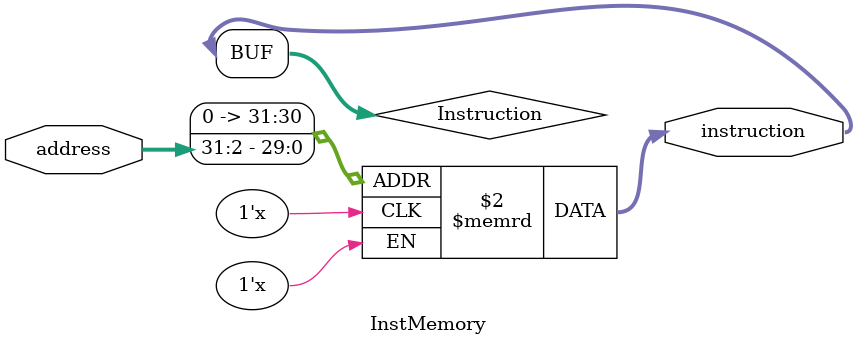
<source format=v>
`timescale 1ns / 1ps


module InstMemory(
    input [31:0] address,
    output [31:0] instruction
    );
    reg [31:0] InstFile[0:31];
    reg [31:0] Instruction;
    always @ (address)
    begin
        Instruction = InstFile[address >> 2];
    end
    assign  instruction = Instruction;
endmodule

</source>
